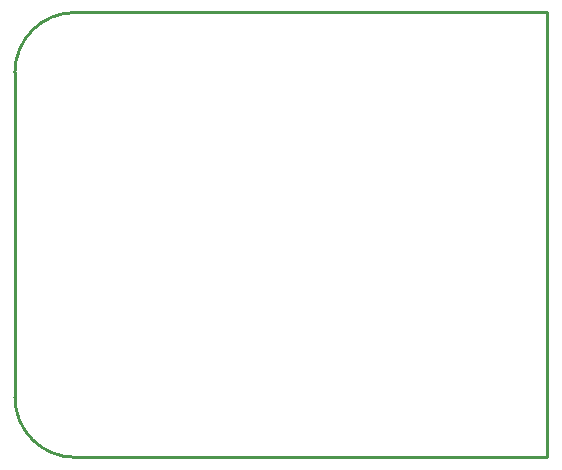
<source format=gko>
%FSDAX24Y24*%
%MOIN*%
%SFA1B1*%

%IPPOS*%
%ADD21C,0.010000*%
%LNdistro_layout_top_buck-1*%
%LPD*%
G54D21*
X000000Y012827D02*
D01*
D01*
G75*
G03X-002000Y010827I0J-2000D01*
G74*G01*
Y000000D02*
D01*
D01*
G75*
G03X000000Y-002000I2000J0D01*
G74*G01*
X015748D02*
Y012827D01*
X000000D02*
X015748D01*
X-002000Y000000D02*
Y010827D01*
X000000Y-002000D02*
X015748D01*
M02*
</source>
